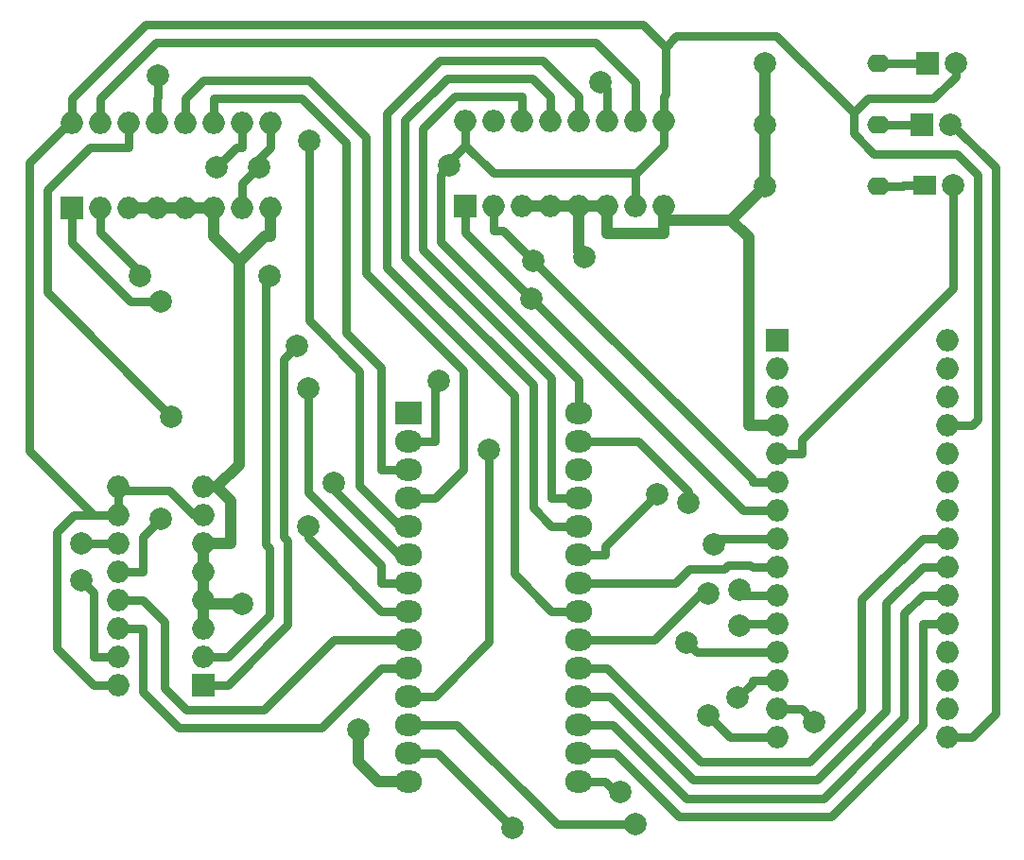
<source format=gbr>
%TF.GenerationSoftware,KiCad,Pcbnew,8.0.3*%
%TF.CreationDate,2024-09-07T21:46:08+02:00*%
%TF.ProjectId,AT28C64B-circuit-second-sol,41543238-4336-4344-922d-636972637569,rev?*%
%TF.SameCoordinates,Original*%
%TF.FileFunction,Copper,L2,Bot*%
%TF.FilePolarity,Positive*%
%FSLAX46Y46*%
G04 Gerber Fmt 4.6, Leading zero omitted, Abs format (unit mm)*
G04 Created by KiCad (PCBNEW 8.0.3) date 2024-09-07 21:46:08*
%MOMM*%
%LPD*%
G01*
G04 APERTURE LIST*
%TA.AperFunction,ComponentPad*%
%ADD10C,2.000000*%
%TD*%
%TA.AperFunction,ComponentPad*%
%ADD11O,2.000000X1.600000*%
%TD*%
%TA.AperFunction,ComponentPad*%
%ADD12R,2.000000X2.000000*%
%TD*%
%TA.AperFunction,ComponentPad*%
%ADD13O,2.000000X2.000000*%
%TD*%
%TA.AperFunction,ComponentPad*%
%ADD14R,2.400000X2.000000*%
%TD*%
%TA.AperFunction,ComponentPad*%
%ADD15O,2.400000X2.000000*%
%TD*%
%TA.AperFunction,ComponentPad*%
%ADD16R,2.000000X1.800000*%
%TD*%
%TA.AperFunction,ViaPad*%
%ADD17C,2.000000*%
%TD*%
%TA.AperFunction,Conductor*%
%ADD18C,0.800000*%
%TD*%
%TA.AperFunction,Conductor*%
%ADD19C,1.000000*%
%TD*%
G04 APERTURE END LIST*
D10*
%TO.P,R3,1*%
%TO.N,GND*%
X175420000Y-53050000D03*
D11*
%TO.P,R3,2*%
%TO.N,Net-(D3-K)*%
X185580000Y-53050000D03*
%TD*%
D10*
%TO.P,R1,1*%
%TO.N,GND*%
X175420000Y-42000000D03*
D11*
%TO.P,R1,2*%
%TO.N,Net-(D1-K)*%
X185580000Y-42000000D03*
%TD*%
D12*
%TO.P,LS161_2,1,~{MR}*%
%TO.N,Net-(LS161_1-~{MR})*%
X113380000Y-55000000D03*
D13*
%TO.P,LS161_2,2,CP*%
%TO.N,Net-(LS161_1-CP)*%
X115920000Y-55000000D03*
%TO.P,LS161_2,3,D0*%
%TO.N,GND*%
X118460000Y-55000000D03*
%TO.P,LS161_2,4,D1*%
X121000000Y-55000000D03*
%TO.P,LS161_2,5,D2*%
X123540000Y-55000000D03*
%TO.P,LS161_2,6,D3*%
X126080000Y-55000000D03*
%TO.P,LS161_2,7,CEP*%
%TO.N,VCC*%
X128620000Y-55000000D03*
%TO.P,LS161_2,8,GND*%
%TO.N,GND*%
X131160000Y-55000000D03*
%TO.P,LS161_2,9,~{PE}*%
%TO.N,VCC*%
X131160000Y-47380000D03*
%TO.P,LS161_2,10,CET*%
%TO.N,Net-(LS161_1-TC)*%
X128620000Y-47380000D03*
%TO.P,LS161_2,11,Q3*%
%TO.N,Net-(EEPROM1-A7)*%
X126080000Y-47380000D03*
%TO.P,LS161_2,12,Q2*%
%TO.N,Net-(EEPROM1-A6)*%
X123540000Y-47380000D03*
%TO.P,LS161_2,13,Q1*%
%TO.N,Net-(EEPROM1-A5)*%
X121000000Y-47380000D03*
%TO.P,LS161_2,14,Q0*%
%TO.N,Net-(EEPROM1-A4)*%
X118460000Y-47380000D03*
%TO.P,LS161_2,15,TC*%
%TO.N,Net-(LS161_2-TC)*%
X115920000Y-47380000D03*
%TO.P,LS161_2,16,VCC*%
%TO.N,VCC*%
X113380000Y-47380000D03*
%TD*%
D12*
%TO.P,D1,1,K*%
%TO.N,Net-(D1-K)*%
X189960000Y-42000000D03*
D10*
%TO.P,D1,2,A*%
%TO.N,VCC*%
X192500000Y-42000000D03*
%TD*%
D14*
%TO.P,EEPROM1,1*%
%TO.N,N/C*%
X143500000Y-73340000D03*
D15*
%TO.P,EEPROM1,2,A12*%
%TO.N,Net-(EEPROM1-A12)*%
X143500000Y-75880000D03*
%TO.P,EEPROM1,3,A7*%
%TO.N,Net-(EEPROM1-A7)*%
X143500000Y-78420000D03*
%TO.P,EEPROM1,4,A6*%
%TO.N,Net-(EEPROM1-A6)*%
X143500000Y-80960000D03*
%TO.P,EEPROM1,5,A5*%
%TO.N,Net-(EEPROM1-A5)*%
X143500000Y-83500000D03*
%TO.P,EEPROM1,6,A4*%
%TO.N,Net-(EEPROM1-A4)*%
X143500000Y-86040000D03*
%TO.P,EEPROM1,7,A3*%
%TO.N,Net-(EEPROM1-A3)*%
X143500000Y-88580000D03*
%TO.P,EEPROM1,8,A2*%
%TO.N,Net-(EEPROM1-A2)*%
X143500000Y-91120000D03*
%TO.P,EEPROM1,9,A1*%
%TO.N,Net-(EEPROM1-A1)*%
X143500000Y-93660000D03*
%TO.P,EEPROM1,10,A0*%
%TO.N,Net-(EEPROM1-A0)*%
X143500000Y-96200000D03*
%TO.P,EEPROM1,11,D0*%
%TO.N,/D0*%
X143500000Y-98740000D03*
%TO.P,EEPROM1,12,D1*%
%TO.N,/D1*%
X143500000Y-101280000D03*
%TO.P,EEPROM1,13,D2*%
%TO.N,/D2*%
X143500000Y-103820000D03*
%TO.P,EEPROM1,14,GND*%
%TO.N,GND*%
X143500000Y-106360000D03*
%TO.P,EEPROM1,15,D3*%
%TO.N,/D3*%
X158740000Y-106360000D03*
%TO.P,EEPROM1,16,D4*%
%TO.N,/D4*%
X158740000Y-103820000D03*
%TO.P,EEPROM1,17,D5*%
%TO.N,/D5*%
X158740000Y-101280000D03*
%TO.P,EEPROM1,18,D6*%
%TO.N,/D6*%
X158740000Y-98740000D03*
%TO.P,EEPROM1,19,D7*%
%TO.N,/D7*%
X158740000Y-96200000D03*
%TO.P,EEPROM1,20,~{CS}*%
%TO.N,Net-(EEPROM1-~{CS})*%
X158740000Y-93660000D03*
%TO.P,EEPROM1,21,A10*%
%TO.N,Net-(EEPROM1-A10)*%
X158740000Y-91120000D03*
%TO.P,EEPROM1,22,~{OE}*%
%TO.N,Net-(EEPROM1-~{OE})*%
X158740000Y-88580000D03*
%TO.P,EEPROM1,23,A11*%
%TO.N,Net-(EEPROM1-A11)*%
X158740000Y-86040000D03*
%TO.P,EEPROM1,24,A9*%
%TO.N,Net-(EEPROM1-A9)*%
X158740000Y-83500000D03*
%TO.P,EEPROM1,25,A8*%
%TO.N,Net-(EEPROM1-A8)*%
X158740000Y-80960000D03*
%TO.P,EEPROM1,26*%
%TO.N,N/C*%
X158740000Y-78420000D03*
%TO.P,EEPROM1,27,~{WE}*%
%TO.N,Net-(EEPROM1-~{WE})*%
X158740000Y-75880000D03*
%TO.P,EEPROM1,28,VCC*%
%TO.N,VCC*%
X158740000Y-73340000D03*
%TD*%
D12*
%TO.P,LS161_3,1,~{MR}*%
%TO.N,Net-(LS161_1-~{MR})*%
X148625000Y-54800000D03*
D13*
%TO.P,LS161_3,2,CP*%
%TO.N,Net-(LS161_1-CP)*%
X151165000Y-54800000D03*
%TO.P,LS161_3,3,D0*%
%TO.N,GND*%
X153705000Y-54800000D03*
%TO.P,LS161_3,4,D1*%
X156245000Y-54800000D03*
%TO.P,LS161_3,5,D2*%
X158785000Y-54800000D03*
%TO.P,LS161_3,6,D3*%
X161325000Y-54800000D03*
%TO.P,LS161_3,7,CEP*%
%TO.N,VCC*%
X163865000Y-54800000D03*
%TO.P,LS161_3,8,GND*%
%TO.N,GND*%
X166405000Y-54800000D03*
%TO.P,LS161_3,9,~{PE}*%
%TO.N,VCC*%
X166405000Y-47180000D03*
%TO.P,LS161_3,10,CET*%
%TO.N,Net-(LS161_2-TC)*%
X163865000Y-47180000D03*
%TO.P,LS161_3,11,Q3*%
%TO.N,Net-(EEPROM1-A11)*%
X161325000Y-47180000D03*
%TO.P,LS161_3,12,Q2*%
%TO.N,Net-(EEPROM1-A10)*%
X158785000Y-47180000D03*
%TO.P,LS161_3,13,Q1*%
%TO.N,Net-(EEPROM1-A9)*%
X156245000Y-47180000D03*
%TO.P,LS161_3,14,Q0*%
%TO.N,Net-(EEPROM1-A8)*%
X153705000Y-47180000D03*
%TO.P,LS161_3,15,TC*%
%TO.N,unconnected-(LS161_3-TC-Pad15)*%
X151165000Y-47180000D03*
%TO.P,LS161_3,16,VCC*%
%TO.N,VCC*%
X148625000Y-47180000D03*
%TD*%
D10*
%TO.P,R2,1*%
%TO.N,GND*%
X175420000Y-47500000D03*
D11*
%TO.P,R2,2*%
%TO.N,Net-(D2-K)*%
X185580000Y-47500000D03*
%TD*%
D12*
%TO.P,NANO1,1,D1/TX*%
%TO.N,unconnected-(NANO1-D1{slash}TX-Pad1)*%
X176500000Y-66840000D03*
D13*
%TO.P,NANO1,2,D0/RX*%
%TO.N,unconnected-(NANO1-D0{slash}RX-Pad2)*%
X176500000Y-69380000D03*
%TO.P,NANO1,3,~{RESET}*%
%TO.N,unconnected-(NANO1-~{RESET}-Pad3)*%
X176500000Y-71920000D03*
%TO.P,NANO1,4,GND*%
%TO.N,GND*%
X176500000Y-74460000D03*
%TO.P,NANO1,5,D2*%
%TO.N,Net-(D3-A)*%
X176500000Y-77000000D03*
%TO.P,NANO1,6,D3*%
%TO.N,Net-(LS161_1-CP)*%
X176500000Y-79540000D03*
%TO.P,NANO1,7,D4*%
%TO.N,Net-(LS161_1-~{MR})*%
X176500000Y-82080000D03*
%TO.P,NANO1,8,D5*%
%TO.N,Net-(EEPROM1-~{CS})*%
X176500000Y-84620000D03*
%TO.P,NANO1,9,D6*%
%TO.N,Net-(EEPROM1-~{OE})*%
X176500000Y-87160000D03*
%TO.P,NANO1,10,D7*%
%TO.N,Net-(EEPROM1-~{WE})*%
X176500000Y-89700000D03*
%TO.P,NANO1,11,D8*%
%TO.N,Net-(EEPROM1-A12)*%
X176500000Y-92240000D03*
%TO.P,NANO1,12,D9*%
%TO.N,/D0*%
X176500000Y-94780000D03*
%TO.P,NANO1,13,D10*%
%TO.N,/D1*%
X176500000Y-97320000D03*
%TO.P,NANO1,14,D11*%
%TO.N,/D2*%
X176500000Y-99860000D03*
%TO.P,NANO1,15,D12*%
%TO.N,/D3*%
X176500000Y-102400000D03*
%TO.P,NANO1,16,D13*%
%TO.N,Net-(D2-A)*%
X191740000Y-102400000D03*
%TO.P,NANO1,17,3V3*%
%TO.N,unconnected-(NANO1-3V3-Pad17)*%
X191740000Y-99860000D03*
%TO.P,NANO1,18,AREF*%
%TO.N,unconnected-(NANO1-AREF-Pad18)*%
X191740000Y-97320000D03*
%TO.P,NANO1,19,A0*%
%TO.N,unconnected-(NANO1-A0-Pad19)*%
X191740000Y-94780000D03*
%TO.P,NANO1,20,A1*%
%TO.N,/D4*%
X191740000Y-92240000D03*
%TO.P,NANO1,21,A2*%
%TO.N,/D5*%
X191740000Y-89700000D03*
%TO.P,NANO1,22,A3*%
%TO.N,/D6*%
X191740000Y-87160000D03*
%TO.P,NANO1,23,A4*%
%TO.N,/D7*%
X191740000Y-84620000D03*
%TO.P,NANO1,24,A5*%
%TO.N,unconnected-(NANO1-A5-Pad24)*%
X191740000Y-82080000D03*
%TO.P,NANO1,25,A6*%
%TO.N,unconnected-(NANO1-A6-Pad25)*%
X191740000Y-79540000D03*
%TO.P,NANO1,26,A7*%
%TO.N,unconnected-(NANO1-A7-Pad26)*%
X191740000Y-77000000D03*
%TO.P,NANO1,27,+5V*%
%TO.N,VCC*%
X191740000Y-74460000D03*
%TO.P,NANO1,28,~{RESET}*%
%TO.N,unconnected-(NANO1-~{RESET}-Pad28)*%
X191740000Y-71920000D03*
%TO.P,NANO1,29,GND*%
%TO.N,unconnected-(NANO1-GND-Pad29)*%
X191740000Y-69380000D03*
%TO.P,NANO1,30,VIN*%
%TO.N,unconnected-(NANO1-VIN-Pad30)*%
X191740000Y-66840000D03*
%TD*%
D12*
%TO.P,LS161_1,1,~{MR}*%
%TO.N,Net-(LS161_1-~{MR})*%
X125120000Y-97740000D03*
D13*
%TO.P,LS161_1,2,CP*%
%TO.N,Net-(LS161_1-CP)*%
X125120000Y-95200000D03*
%TO.P,LS161_1,3,D0*%
%TO.N,GND*%
X125120000Y-92660000D03*
%TO.P,LS161_1,4,D1*%
X125120000Y-90120000D03*
%TO.P,LS161_1,5,D2*%
X125120000Y-87580000D03*
%TO.P,LS161_1,6,D3*%
X125120000Y-85040000D03*
%TO.P,LS161_1,7,CEP*%
%TO.N,VCC*%
X125120000Y-82500000D03*
%TO.P,LS161_1,8,GND*%
%TO.N,GND*%
X125120000Y-79960000D03*
%TO.P,LS161_1,9,~{PE}*%
%TO.N,VCC*%
X117500000Y-79960000D03*
%TO.P,LS161_1,10,CET*%
X117500000Y-82500000D03*
%TO.P,LS161_1,11,Q3*%
%TO.N,Net-(EEPROM1-A3)*%
X117500000Y-85040000D03*
%TO.P,LS161_1,12,Q2*%
%TO.N,Net-(EEPROM1-A2)*%
X117500000Y-87580000D03*
%TO.P,LS161_1,13,Q1*%
%TO.N,Net-(EEPROM1-A1)*%
X117500000Y-90120000D03*
%TO.P,LS161_1,14,Q0*%
%TO.N,Net-(EEPROM1-A0)*%
X117500000Y-92660000D03*
%TO.P,LS161_1,15,TC*%
%TO.N,Net-(LS161_1-TC)*%
X117500000Y-95200000D03*
%TO.P,LS161_1,16,VCC*%
%TO.N,VCC*%
X117500000Y-97740000D03*
%TD*%
D12*
%TO.P,D2,1,K*%
%TO.N,Net-(D2-K)*%
X189460000Y-47500000D03*
D10*
%TO.P,D2,2,A*%
%TO.N,Net-(D2-A)*%
X192000000Y-47500000D03*
%TD*%
D16*
%TO.P,D3,1,K*%
%TO.N,Net-(D3-K)*%
X189725000Y-53000000D03*
D10*
%TO.P,D3,2,A*%
%TO.N,Net-(D3-A)*%
X192265000Y-53000000D03*
%TD*%
D17*
%TO.N,VCC*%
X130158000Y-51367600D03*
X147194000Y-51223700D03*
%TO.N,Net-(EEPROM1-A12)*%
X146212700Y-70466200D03*
X173178700Y-92446300D03*
%TO.N,/D1*%
X172950500Y-98890000D03*
X163848600Y-110210100D03*
%TO.N,Net-(EEPROM1-A11)*%
X160737400Y-43729600D03*
X165801400Y-80665600D03*
%TO.N,/D0*%
X150748900Y-76686100D03*
X168433400Y-93905000D03*
%TO.N,/D3*%
X162455400Y-107298800D03*
X170341800Y-100477200D03*
%TO.N,/D2*%
X152860400Y-110575900D03*
X179857900Y-101016200D03*
%TO.N,Net-(EEPROM1-~{WE})*%
X168603200Y-81404500D03*
X173148100Y-89200100D03*
%TO.N,GND*%
X159283600Y-59383700D03*
X128657400Y-90483500D03*
X139038000Y-101741400D03*
%TO.N,Net-(EEPROM1-A2)*%
X134537400Y-83549700D03*
X121370200Y-82820400D03*
%TO.N,Net-(EEPROM1-~{CS})*%
X170853500Y-85099500D03*
X170346300Y-89503000D03*
%TO.N,Net-(EEPROM1-A3)*%
X134585000Y-71126800D03*
X114245400Y-85040000D03*
%TO.N,Net-(EEPROM1-A4)*%
X136863000Y-79631600D03*
X122306900Y-73697500D03*
%TO.N,Net-(EEPROM1-A5)*%
X121063100Y-43140200D03*
X134591100Y-48947100D03*
%TO.N,Net-(LS161_1-~{MR})*%
X154533400Y-63080700D03*
X121350300Y-63357200D03*
X133531700Y-67320100D03*
%TO.N,Net-(LS161_1-TC)*%
X126364400Y-51367600D03*
X114266900Y-88392500D03*
%TO.N,Net-(LS161_1-CP)*%
X119505000Y-61089400D03*
X131094800Y-61089400D03*
X154711600Y-59739400D03*
%TD*%
D18*
%TO.N,VCC*%
X146411600Y-58072900D02*
X146411600Y-52006100D01*
X166405000Y-47180000D02*
X166405000Y-44978300D01*
X148625000Y-49381700D02*
X151108600Y-51865300D01*
X147194000Y-50812700D02*
X147194000Y-51223700D01*
X117500000Y-82500000D02*
X117500000Y-82161700D01*
X176482100Y-39593700D02*
X167500600Y-39593700D01*
X163865000Y-51865300D02*
X163865000Y-54800000D01*
X148625000Y-49381700D02*
X147194000Y-50812700D01*
X194478100Y-52055100D02*
X192587000Y-50164000D01*
X131160000Y-49581700D02*
X130158000Y-50583700D01*
X146411600Y-52006100D02*
X147194000Y-51223700D01*
X163921400Y-51865300D02*
X166405000Y-49381700D01*
X166530100Y-44853200D02*
X166530100Y-40564200D01*
X163865000Y-51865300D02*
X163921400Y-51865300D01*
X166405000Y-47180000D02*
X166405000Y-49381700D01*
X117500000Y-82500000D02*
X115298300Y-82500000D01*
X130158000Y-50583700D02*
X130158000Y-51367600D01*
X166405000Y-44978300D02*
X166530100Y-44853200D01*
X109528300Y-50951600D02*
X109528300Y-76730000D01*
X117500000Y-97740000D02*
X115298300Y-97740000D01*
X192587000Y-50164000D02*
X185207000Y-50164000D01*
X158740000Y-71138300D02*
X158740000Y-70401300D01*
X117500000Y-80306200D02*
X122069700Y-80306200D01*
X113569800Y-82500000D02*
X112013800Y-84056000D01*
X112013800Y-94455500D02*
X115298300Y-97740000D01*
X128620000Y-52798300D02*
X130050700Y-51367600D01*
X158740000Y-73340000D02*
X158740000Y-71138300D01*
X183359000Y-46470600D02*
X184670800Y-45158800D01*
X185207000Y-50164000D02*
X183359000Y-48316000D01*
X128620000Y-55000000D02*
X128620000Y-52798300D01*
X192500000Y-43208900D02*
X192500000Y-42000000D01*
X148625000Y-47180000D02*
X148625000Y-49381700D01*
X193941700Y-74460000D02*
X194478100Y-73923600D01*
X184670800Y-45158800D02*
X190550100Y-45158800D01*
X183359000Y-48316000D02*
X183359000Y-46470600D01*
X117500000Y-80306200D02*
X117500000Y-79960000D01*
X191740000Y-74460000D02*
X193941700Y-74460000D01*
X113380000Y-47099900D02*
X113380000Y-45178300D01*
X167500600Y-39593700D02*
X166530100Y-40564200D01*
X158740000Y-70401300D02*
X146411600Y-58072900D01*
X109528300Y-76730000D02*
X115298300Y-82500000D01*
X122069700Y-80306200D02*
X124263500Y-82500000D01*
X194478100Y-73923600D02*
X194478100Y-52055100D01*
X124263500Y-82500000D02*
X125120000Y-82500000D01*
X112013800Y-84056000D02*
X112013800Y-94455500D01*
X166530100Y-40564200D02*
X164509800Y-38543900D01*
X113380000Y-47099900D02*
X109528300Y-50951600D01*
X130050700Y-51367600D02*
X130158000Y-51367600D01*
X115298300Y-82500000D02*
X113569800Y-82500000D01*
X164509800Y-38543900D02*
X120014400Y-38543900D01*
X113380000Y-47380000D02*
X113380000Y-47099900D01*
X190550100Y-45158800D02*
X192500000Y-43208900D01*
X183359000Y-46470600D02*
X176482100Y-39593700D01*
X131160000Y-47380000D02*
X131160000Y-49581700D01*
X151108600Y-51865300D02*
X163865000Y-51865300D01*
X120014400Y-38543900D02*
X113380000Y-45178300D01*
X117500000Y-80306200D02*
X117500000Y-82161700D01*
%TO.N,Net-(D1-K)*%
X189960000Y-42000000D02*
X185580000Y-42000000D01*
%TO.N,Net-(D2-K)*%
X189460000Y-47500000D02*
X185580000Y-47500000D01*
%TO.N,Net-(D2-A)*%
X191740000Y-102400000D02*
X193941700Y-102400000D01*
X196079900Y-100261800D02*
X196079900Y-51367500D01*
X193941700Y-102400000D02*
X196079900Y-100261800D01*
X196079900Y-51367500D02*
X192212400Y-47500000D01*
X192212400Y-47500000D02*
X192000000Y-47500000D01*
%TO.N,Net-(D3-K)*%
X189725000Y-53000000D02*
X187831700Y-53000000D01*
X187831700Y-53000000D02*
X187781700Y-53050000D01*
X185580000Y-53050000D02*
X187781700Y-53050000D01*
%TO.N,Net-(D3-A)*%
X192265000Y-53000000D02*
X192265000Y-62185700D01*
X192265000Y-62185700D02*
X178701700Y-75749000D01*
X176500000Y-77000000D02*
X178701700Y-77000000D01*
X178701700Y-75749000D02*
X178701700Y-77000000D01*
%TO.N,Net-(EEPROM1-A12)*%
X145901700Y-70777200D02*
X145901700Y-75880000D01*
X173385000Y-92240000D02*
X173178700Y-92446300D01*
X176500000Y-92240000D02*
X173385000Y-92240000D01*
X143500000Y-75880000D02*
X145901700Y-75880000D01*
X146212700Y-70466200D02*
X145901700Y-70777200D01*
%TO.N,/D6*%
X186297600Y-90400700D02*
X186297600Y-100005800D01*
X158740000Y-98740000D02*
X161141700Y-98740000D01*
X169044500Y-106243700D02*
X161540800Y-98740000D01*
X180059700Y-106243700D02*
X169044500Y-106243700D01*
X186297600Y-100005800D02*
X180059700Y-106243700D01*
X161540800Y-98740000D02*
X161141700Y-98740000D01*
X189538300Y-87160000D02*
X186297600Y-90400700D01*
X191740000Y-87160000D02*
X189538300Y-87160000D01*
%TO.N,/D1*%
X147857100Y-101280000D02*
X143500000Y-101280000D01*
X174298300Y-97542200D02*
X172950500Y-98890000D01*
X156787200Y-110210100D02*
X147857100Y-101280000D01*
X174298300Y-97320000D02*
X174298300Y-97542200D01*
X163848600Y-110210100D02*
X156787200Y-110210100D01*
X176500000Y-97320000D02*
X174298300Y-97320000D01*
%TO.N,/D4*%
X158740000Y-103820000D02*
X161141700Y-103820000D01*
X167765200Y-109494800D02*
X162090400Y-103820000D01*
X191740000Y-92240000D02*
X189538300Y-92240000D01*
X162090400Y-103820000D02*
X161141700Y-103820000D01*
X189538300Y-101295500D02*
X181339000Y-109494800D01*
X181339000Y-109494800D02*
X167765200Y-109494800D01*
X189538300Y-92240000D02*
X189538300Y-101295500D01*
%TO.N,Net-(EEPROM1-A11)*%
X161141700Y-85325300D02*
X165801400Y-80665600D01*
X158740000Y-86040000D02*
X161141700Y-86040000D01*
X161141700Y-86040000D02*
X161141700Y-85325300D01*
X161325000Y-44317200D02*
X160737400Y-43729600D01*
X161325000Y-47180000D02*
X161325000Y-44317200D01*
%TO.N,/D0*%
X150748900Y-93892800D02*
X150748900Y-76686100D01*
X176500000Y-94780000D02*
X169308400Y-94780000D01*
X145901700Y-98740000D02*
X150748900Y-93892800D01*
X169308400Y-94780000D02*
X168433400Y-93905000D01*
X143500000Y-98740000D02*
X145901700Y-98740000D01*
%TO.N,/D5*%
X191740000Y-89700000D02*
X189538300Y-89700000D01*
X161815600Y-101280000D02*
X161141700Y-101280000D01*
X180697600Y-107871000D02*
X168406600Y-107871000D01*
X158740000Y-101280000D02*
X161141700Y-101280000D01*
X168406600Y-107871000D02*
X161815600Y-101280000D01*
X187899300Y-100669300D02*
X180697600Y-107871000D01*
X187899300Y-91339000D02*
X187899300Y-100669300D01*
X189538300Y-89700000D02*
X187899300Y-91339000D01*
%TO.N,/D3*%
X172264600Y-102400000D02*
X170341800Y-100477200D01*
X158740000Y-106360000D02*
X161141700Y-106360000D01*
X176500000Y-102400000D02*
X172264600Y-102400000D01*
X162455400Y-107298800D02*
X162080500Y-107298800D01*
X162080500Y-107298800D02*
X161141700Y-106360000D01*
%TO.N,/D2*%
X176500000Y-99860000D02*
X178701700Y-99860000D01*
X178701700Y-99860000D02*
X179857900Y-101016200D01*
X146104500Y-103820000D02*
X152860400Y-110575900D01*
X143500000Y-103820000D02*
X146104500Y-103820000D01*
%TO.N,Net-(EEPROM1-A6)*%
X145901700Y-80960000D02*
X148414400Y-78447300D01*
X139716900Y-60833500D02*
X139716900Y-48654400D01*
X148414400Y-78447300D02*
X148414400Y-69531000D01*
X123540000Y-47380000D02*
X123540000Y-45178300D01*
X134611000Y-43548500D02*
X125169800Y-43548500D01*
X143500000Y-80960000D02*
X145901700Y-80960000D01*
X125169800Y-43548500D02*
X123540000Y-45178300D01*
X139716900Y-48654400D02*
X134611000Y-43548500D01*
X148414400Y-69531000D02*
X139716900Y-60833500D01*
%TO.N,Net-(EEPROM1-~{WE})*%
X168603200Y-81404500D02*
X168603200Y-80353600D01*
X164129600Y-75880000D02*
X161141700Y-75880000D01*
X173648000Y-89700000D02*
X173148100Y-89200100D01*
X176500000Y-89700000D02*
X173648000Y-89700000D01*
X168603200Y-80353600D02*
X164129600Y-75880000D01*
X158740000Y-75880000D02*
X161141700Y-75880000D01*
%TO.N,Net-(EEPROM1-A1)*%
X123622300Y-99961500D02*
X121638600Y-97977800D01*
X143500000Y-93660000D02*
X136826900Y-93660000D01*
X121638600Y-97977800D02*
X121638600Y-92056900D01*
X117500000Y-90120000D02*
X119701700Y-90120000D01*
X130525400Y-99961500D02*
X123622300Y-99961500D01*
X121638600Y-92056900D02*
X119701700Y-90120000D01*
X136826900Y-93660000D02*
X130525400Y-99961500D01*
%TO.N,Net-(EEPROM1-A8)*%
X144801400Y-47853800D02*
X147676900Y-44978300D01*
X144801400Y-58728000D02*
X144801400Y-47853800D01*
X147676900Y-44978300D02*
X153705000Y-44978300D01*
X153705000Y-47180000D02*
X153705000Y-44978300D01*
X158740000Y-80960000D02*
X156338300Y-80960000D01*
X156338300Y-70264900D02*
X144801400Y-58728000D01*
X156338300Y-80960000D02*
X156338300Y-70264900D01*
D19*
%TO.N,GND*%
X173998300Y-57629900D02*
X172419200Y-56050800D01*
X143500000Y-106360000D02*
X140798300Y-106360000D01*
X156283300Y-55261500D02*
X156283300Y-54800000D01*
X125120000Y-87580000D02*
X125120000Y-85040000D01*
X173998300Y-74460000D02*
X173998300Y-57629900D01*
X172419200Y-56050800D02*
X175420000Y-53050000D01*
X158785000Y-54800000D02*
X158785000Y-57301700D01*
X156245000Y-55049900D02*
X156245000Y-55299800D01*
X125120000Y-90483500D02*
X125120000Y-90120000D01*
X125120000Y-90483500D02*
X128657400Y-90483500D01*
X158785000Y-54800000D02*
X156283300Y-54800000D01*
X125120000Y-85040000D02*
X127621700Y-85040000D01*
X125120000Y-79960000D02*
X126370900Y-79960000D01*
X156206700Y-55011600D02*
X156206700Y-54800000D01*
X126080000Y-56250800D02*
X126041700Y-56212500D01*
X156245000Y-55049900D02*
X156206700Y-55011600D01*
X123540000Y-55000000D02*
X121000000Y-55000000D01*
X128381300Y-59802900D02*
X130682500Y-57501700D01*
X175420000Y-42000000D02*
X175420000Y-47500000D01*
X166405000Y-57301700D02*
X161325000Y-57301700D01*
X166405000Y-54800000D02*
X166405000Y-56050800D01*
X139038000Y-101741400D02*
X139038000Y-104599700D01*
X158785000Y-58885100D02*
X159283600Y-59383700D01*
X166405000Y-56050800D02*
X166405000Y-57301700D01*
X125120000Y-92660000D02*
X125120000Y-90483500D01*
X125120000Y-90120000D02*
X125120000Y-87580000D01*
X156245000Y-54800000D02*
X156245000Y-55049900D01*
X156245000Y-55299800D02*
X156283300Y-55261500D01*
X130682500Y-57501700D02*
X131160000Y-57501700D01*
X127621700Y-81210800D02*
X126370900Y-79960000D01*
X126080000Y-55000000D02*
X126080000Y-56250800D01*
X131160000Y-55000000D02*
X131160000Y-57501700D01*
X176500000Y-74460000D02*
X173998300Y-74460000D01*
X128346300Y-59837900D02*
X128381300Y-59802900D01*
X118460000Y-55000000D02*
X121000000Y-55000000D01*
X126370900Y-79960000D02*
X128346300Y-77984600D01*
X126041700Y-56212500D02*
X126041700Y-55000000D01*
X158785000Y-54800000D02*
X161325000Y-54800000D01*
X128346300Y-77984600D02*
X128346300Y-59837900D01*
X126080000Y-57501700D02*
X128381300Y-59802900D01*
X127621700Y-85040000D02*
X127621700Y-81210800D01*
X126080000Y-56250800D02*
X126080000Y-57501700D01*
X175420000Y-53050000D02*
X175420000Y-47500000D01*
X161325000Y-54800000D02*
X161325000Y-57301700D01*
X158785000Y-57301700D02*
X158785000Y-58885100D01*
X123540000Y-55000000D02*
X126041700Y-55000000D01*
X139038000Y-104599700D02*
X140798300Y-106360000D01*
X166405000Y-56050800D02*
X172419200Y-56050800D01*
X153705000Y-54800000D02*
X156206700Y-54800000D01*
D18*
%TO.N,Net-(EEPROM1-A9)*%
X143199700Y-59391400D02*
X143199700Y-47152300D01*
X143199700Y-47152300D02*
X146978900Y-43373100D01*
X154670900Y-70862600D02*
X143199700Y-59391400D01*
X156245000Y-47180000D02*
X156245000Y-44978300D01*
X158740000Y-83500000D02*
X156338300Y-83500000D01*
X156338300Y-83500000D02*
X154670900Y-81832600D01*
X154639800Y-43373100D02*
X156245000Y-44978300D01*
X146978900Y-43373100D02*
X154639800Y-43373100D01*
X154670900Y-81832600D02*
X154670900Y-70862600D01*
%TO.N,Net-(EEPROM1-A2)*%
X134537400Y-84559100D02*
X134537400Y-83549700D01*
X117500000Y-87580000D02*
X119701700Y-87580000D01*
X143500000Y-91120000D02*
X141098300Y-91120000D01*
X141098300Y-91120000D02*
X134537400Y-84559100D01*
X119701700Y-84488900D02*
X121370200Y-82820400D01*
X119701700Y-87580000D02*
X119701700Y-84488900D01*
%TO.N,Net-(EEPROM1-~{CS})*%
X165564800Y-93660000D02*
X169721800Y-89503000D01*
X176500000Y-84620000D02*
X171333000Y-84620000D01*
X158740000Y-93660000D02*
X165564800Y-93660000D01*
X169721800Y-89503000D02*
X170346300Y-89503000D01*
X171333000Y-84620000D02*
X170853500Y-85099500D01*
%TO.N,Net-(EEPROM1-A3)*%
X134585000Y-80467200D02*
X141098300Y-86980500D01*
X143500000Y-88580000D02*
X141098300Y-88580000D01*
X117500000Y-85040000D02*
X114245400Y-85040000D01*
X141098300Y-86980500D02*
X141098300Y-88580000D01*
X134585000Y-71126800D02*
X134585000Y-80467200D01*
%TO.N,Net-(EEPROM1-A4)*%
X115020900Y-49581700D02*
X118460000Y-49581700D01*
X136863000Y-80213600D02*
X136863000Y-79631600D01*
X122306900Y-73697500D02*
X111178300Y-62568900D01*
X111178300Y-62568900D02*
X111178300Y-53424300D01*
X118460000Y-47380000D02*
X118460000Y-49581700D01*
X142689400Y-86040000D02*
X136863000Y-80213600D01*
X111178300Y-53424300D02*
X115020900Y-49581700D01*
X143500000Y-86040000D02*
X142689400Y-86040000D01*
%TO.N,Net-(EEPROM1-A0)*%
X117500000Y-92660000D02*
X119701700Y-92660000D01*
X119701700Y-92660000D02*
X119701700Y-98331800D01*
X119701700Y-98331800D02*
X122953000Y-101583100D01*
X122953000Y-101583100D02*
X135715200Y-101583100D01*
X135715200Y-101583100D02*
X141098300Y-96200000D01*
X143500000Y-96200000D02*
X141098300Y-96200000D01*
%TO.N,Net-(EEPROM1-A10)*%
X155577800Y-41771100D02*
X158785000Y-44978300D01*
X152998100Y-87779800D02*
X152998100Y-71750500D01*
X146309400Y-41771100D02*
X155577800Y-41771100D01*
X158740000Y-91120000D02*
X156338300Y-91120000D01*
X141538000Y-60290400D02*
X141538000Y-46542500D01*
X158785000Y-47180000D02*
X158785000Y-44978300D01*
X152998100Y-71750500D02*
X141538000Y-60290400D01*
X156338300Y-91120000D02*
X152998100Y-87779800D01*
X141538000Y-46542500D02*
X146309400Y-41771100D01*
%TO.N,/D7*%
X184115800Y-99922500D02*
X179414500Y-104623800D01*
X189538300Y-84620000D02*
X184115800Y-90042500D01*
X158740000Y-96200000D02*
X161141700Y-96200000D01*
X191740000Y-84620000D02*
X189538300Y-84620000D01*
X184115800Y-90042500D02*
X184115800Y-99922500D01*
X179414500Y-104623800D02*
X169689800Y-104623800D01*
X169689800Y-104623800D02*
X161266000Y-96200000D01*
X161266000Y-96200000D02*
X161141700Y-96200000D01*
%TO.N,Net-(EEPROM1-A5)*%
X142726400Y-83500000D02*
X143500000Y-83500000D01*
X139140900Y-79914500D02*
X142726400Y-83500000D01*
X134591100Y-48947100D02*
X134591100Y-65084300D01*
X121063100Y-45115200D02*
X121063100Y-43140200D01*
X139140900Y-69634100D02*
X139140900Y-79914500D01*
X121000000Y-47380000D02*
X121000000Y-45178300D01*
X134591100Y-65084300D02*
X139140900Y-69634100D01*
X121000000Y-45178300D02*
X121063100Y-45115200D01*
%TO.N,Net-(EEPROM1-~{OE})*%
X168635400Y-87301300D02*
X167356700Y-88580000D01*
X172095100Y-86981300D02*
X171775100Y-87301300D01*
X176500000Y-87160000D02*
X174298300Y-87160000D01*
X174298300Y-87160000D02*
X174119600Y-86981300D01*
X174119600Y-86981300D02*
X172095100Y-86981300D01*
X167356700Y-88580000D02*
X158740000Y-88580000D01*
X171775100Y-87301300D02*
X168635400Y-87301300D01*
%TO.N,Net-(EEPROM1-A7)*%
X126080000Y-47380000D02*
X126080000Y-45178300D01*
X141098300Y-78420000D02*
X141098300Y-69326300D01*
X143500000Y-78420000D02*
X141098300Y-78420000D01*
X133969100Y-45178300D02*
X126080000Y-45178300D01*
X137899700Y-49108900D02*
X133969100Y-45178300D01*
X141098300Y-69326300D02*
X137899700Y-66127700D01*
X137899700Y-66127700D02*
X137899700Y-49108900D01*
%TO.N,Net-(LS161_1-~{MR})*%
X132696500Y-84822500D02*
X132696500Y-92365200D01*
X133531700Y-67320100D02*
X132335700Y-68516100D01*
X154533400Y-63080700D02*
X173532700Y-82080000D01*
X118589800Y-63357200D02*
X113380000Y-58147400D01*
X125120000Y-97740000D02*
X127321700Y-97740000D01*
X148625000Y-57172300D02*
X148625000Y-57001700D01*
X121350300Y-63357200D02*
X118589800Y-63357200D01*
X132335700Y-68516100D02*
X132335700Y-84461700D01*
X154533400Y-63080700D02*
X148625000Y-57172300D01*
X113380000Y-58147400D02*
X113380000Y-55000000D01*
X132696500Y-92365200D02*
X127321700Y-97740000D01*
X148625000Y-54800000D02*
X148625000Y-57001700D01*
X132335700Y-84461700D02*
X132696500Y-84822500D01*
X176500000Y-82080000D02*
X174298300Y-82080000D01*
X173532700Y-82080000D02*
X174298300Y-82080000D01*
%TO.N,Net-(LS161_1-TC)*%
X115298300Y-95200000D02*
X115298300Y-89423900D01*
X115298300Y-89423900D02*
X114266900Y-88392500D01*
X128620000Y-47380000D02*
X128620000Y-49581700D01*
X128620000Y-49581700D02*
X128150300Y-49581700D01*
X128150300Y-49581700D02*
X126364400Y-51367600D01*
X117500000Y-95200000D02*
X115298300Y-95200000D01*
%TO.N,Net-(LS161_1-CP)*%
X151165000Y-54800000D02*
X151165000Y-57001700D01*
X119505000Y-60786700D02*
X119505000Y-61089400D01*
X115920000Y-57201700D02*
X119505000Y-60786700D01*
X176500000Y-79540000D02*
X174298300Y-79540000D01*
X131094800Y-91442700D02*
X127337500Y-95200000D01*
X115920000Y-55138600D02*
X115920000Y-55000000D01*
X174298300Y-79326100D02*
X154711600Y-59739400D01*
X115920000Y-55138600D02*
X115920000Y-57201700D01*
X130734000Y-61450200D02*
X130734000Y-85125200D01*
X130734000Y-85125200D02*
X131094800Y-85486000D01*
X151165000Y-57001700D02*
X151973900Y-57001700D01*
X151973900Y-57001700D02*
X154711600Y-59739400D01*
X125120000Y-95200000D02*
X127321700Y-95200000D01*
X127337500Y-95200000D02*
X127321700Y-95200000D01*
X174298300Y-79540000D02*
X174298300Y-79326100D01*
X131094800Y-61089400D02*
X130734000Y-61450200D01*
X131094800Y-85486000D02*
X131094800Y-91442700D01*
%TO.N,Net-(LS161_2-TC)*%
X115920000Y-45169600D02*
X115920000Y-45178300D01*
X163865000Y-44978300D02*
X163865000Y-43743300D01*
X160283000Y-40161300D02*
X120928300Y-40161300D01*
X163865000Y-43743300D02*
X160283000Y-40161300D01*
X163865000Y-47180000D02*
X163865000Y-44978300D01*
X120928300Y-40161300D02*
X115920000Y-45169600D01*
X115920000Y-47380000D02*
X115920000Y-45178300D01*
%TD*%
M02*

</source>
